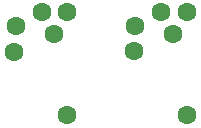
<source format=gbr>
G04 #@! TF.GenerationSoftware,KiCad,Pcbnew,(5.1.2-1)-1*
G04 #@! TF.CreationDate,2019-07-19T11:43:15-07:00*
G04 #@! TF.ProjectId,class v3 - programmer,636c6173-7320-4763-9320-2d2070726f67,rev?*
G04 #@! TF.SameCoordinates,Original*
G04 #@! TF.FileFunction,Soldermask,Bot*
G04 #@! TF.FilePolarity,Negative*
%FSLAX46Y46*%
G04 Gerber Fmt 4.6, Leading zero omitted, Abs format (unit mm)*
G04 Created by KiCad (PCBNEW (5.1.2-1)-1) date 2019-07-19 11:43:15*
%MOMM*%
%LPD*%
G04 APERTURE LIST*
%ADD10C,1.600000*%
G04 APERTURE END LIST*
D10*
X120600000Y-89040000D03*
X125090000Y-85700000D03*
X120760000Y-86900000D03*
X122910000Y-85700000D03*
X125090000Y-94450000D03*
X123960000Y-87590000D03*
X114990000Y-85720000D03*
X113860000Y-87610000D03*
X110500000Y-89060000D03*
X114990000Y-94470000D03*
X112810000Y-85720000D03*
X110660000Y-86920000D03*
M02*

</source>
